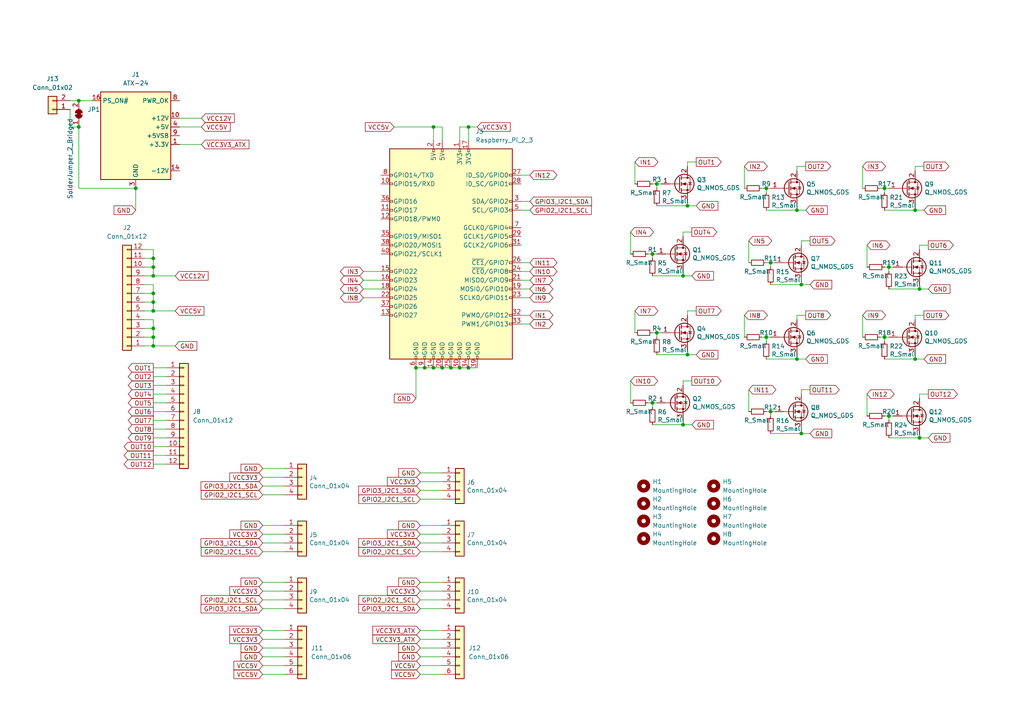
<source format=kicad_sch>
(kicad_sch (version 20211123) (generator eeschema)
  (paper "A4")
  (lib_symbols
    (symbol "Connector:ATX-24"
      (property "Reference" "J" (at -8.89 13.97 0))
      (property "Value" "ATX-24" (at 6.35 13.97 0))
      (symbol "ATX-24_1_1"
        (pin power_out line (at 12.7 -2.54 180) (length 2.54) (name "+3.3V") (number "1"))
        (pin power_out line (at 12.7 5.08 180) (length 2.54) (name "+12V") (number "10"))
        (pin passive line (at 12.7 5.08 180) (length 2.54) hide (name "+12V") (number "11"))
        (pin passive line (at 12.7 -2.54 180) (length 2.54) hide (name "+3.3V") (number "12"))
        (pin passive line (at 12.7 -2.54 180) (length 2.54) hide (name "+3.3V") (number "13"))
        (pin power_out line (at 12.7 -10.16 180) (length 2.54) (name "-12V") (number "14"))
        (pin passive line (at 0 -15.24 90) (length 2.54) hide (name "GND") (number "15"))
        (pin open_collector line (at -12.7 10.16 0) (length 2.54) (name "PS_ON#") (number "16"))
        (pin passive line (at 0 -15.24 90) (length 2.54) hide (name "GND") (number "17"))
        (pin passive line (at 0 -15.24 90) (length 2.54) hide (name "GND") (number "18"))
        (pin passive line (at 0 -15.24 90) (length 2.54) hide (name "GND") (number "19"))
        (pin passive line (at 12.7 -2.54 180) (length 2.54) hide (name "+3.3V") (number "2"))
        (pin no_connect line (at -10.16 0 0) (length 2.54) hide (name "NC") (number "20"))
        (pin passive line (at 12.7 2.54 180) (length 2.54) hide (name "+5V") (number "21"))
        (pin passive line (at 12.7 2.54 180) (length 2.54) hide (name "+5V") (number "22"))
        (pin passive line (at 12.7 2.54 180) (length 2.54) hide (name "+5V") (number "23"))
        (pin passive line (at 0 -15.24 90) (length 2.54) hide (name "GND") (number "24"))
        (pin power_out line (at 0 -15.24 90) (length 2.54) (name "GND") (number "3"))
        (pin power_out line (at 12.7 2.54 180) (length 2.54) (name "+5V") (number "4"))
        (pin passive line (at 0 -15.24 90) (length 2.54) hide (name "GND") (number "5"))
        (pin passive line (at 12.7 2.54 180) (length 2.54) hide (name "+5V") (number "6"))
        (pin passive line (at 0 -15.24 90) (length 2.54) hide (name "GND") (number "7"))
        (pin output line (at 12.7 10.16 180) (length 2.54) (name "PWR_OK") (number "8"))
        (pin power_out line (at 12.7 0 180) (length 2.54) (name "+5VSB") (number "9"))
      )
    )
    (symbol "Connector:Raspberry_Pi_2_3" (pin_names (offset 1.016))
      (property "Reference" "J" (at -17.78 31.75 0))
      (property "Value" "Raspberry_Pi_2_3" (at 10.16 -31.75 0))
      (symbol "Raspberry_Pi_2_3_1_1"
        (pin power_in line (at 2.54 33.02 270) (length 2.54) (name "3V3") (number "1"))
        (pin bidirectional line (at -20.32 20.32 0) (length 2.54) (name "GPIO15/RXD") (number "10"))
        (pin bidirectional line (at -20.32 12.7 0) (length 2.54) (name "GPIO17") (number "11"))
        (pin bidirectional line (at -20.32 10.16 0) (length 2.54) (name "GPIO18/PWM0") (number "12"))
        (pin bidirectional line (at -20.32 -17.78 0) (length 2.54) (name "GPIO27") (number "13"))
        (pin power_in line (at -5.08 -33.02 90) (length 2.54) (name "GND") (number "14"))
        (pin bidirectional line (at -20.32 -5.08 0) (length 2.54) (name "GPIO22") (number "15"))
        (pin bidirectional line (at -20.32 -7.62 0) (length 2.54) (name "GPIO23") (number "16"))
        (pin power_in line (at 5.08 33.02 270) (length 2.54) (name "3V3") (number "17"))
        (pin bidirectional line (at -20.32 -10.16 0) (length 2.54) (name "GPIO24") (number "18"))
        (pin bidirectional line (at 20.32 -10.16 180) (length 2.54) (name "MOSI0/GPIO10") (number "19"))
        (pin power_in line (at -5.08 33.02 270) (length 2.54) (name "5V") (number "2"))
        (pin power_in line (at -2.54 -33.02 90) (length 2.54) (name "GND") (number "20"))
        (pin bidirectional line (at 20.32 -7.62 180) (length 2.54) (name "MISO0/GPIO9") (number "21"))
        (pin bidirectional line (at -20.32 -12.7 0) (length 2.54) (name "GPIO25") (number "22"))
        (pin bidirectional line (at 20.32 -12.7 180) (length 2.54) (name "SCLK0/GPIO11") (number "23"))
        (pin bidirectional line (at 20.32 -5.08 180) (length 2.54) (name "~{CE0}/GPIO8") (number "24"))
        (pin power_in line (at 0 -33.02 90) (length 2.54) (name "GND") (number "25"))
        (pin bidirectional line (at 20.32 -2.54 180) (length 2.54) (name "~{CE1}/GPIO7") (number "26"))
        (pin bidirectional line (at 20.32 22.86 180) (length 2.54) (name "ID_SD/GPIO0") (number "27"))
        (pin bidirectional line (at 20.32 20.32 180) (length 2.54) (name "ID_SC/GPIO1") (number "28"))
        (pin bidirectional line (at 20.32 5.08 180) (length 2.54) (name "GCLK1/GPIO5") (number "29"))
        (pin bidirectional line (at 20.32 15.24 180) (length 2.54) (name "SDA/GPIO2") (number "3"))
        (pin power_in line (at 2.54 -33.02 90) (length 2.54) (name "GND") (number "30"))
        (pin bidirectional line (at 20.32 2.54 180) (length 2.54) (name "GCLK2/GPIO6") (number "31"))
        (pin bidirectional line (at 20.32 -17.78 180) (length 2.54) (name "PWM0/GPIO12") (number "32"))
        (pin bidirectional line (at 20.32 -20.32 180) (length 2.54) (name "PWM1/GPIO13") (number "33"))
        (pin power_in line (at 5.08 -33.02 90) (length 2.54) (name "GND") (number "34"))
        (pin bidirectional line (at -20.32 5.08 0) (length 2.54) (name "GPIO19/MISO1") (number "35"))
        (pin bidirectional line (at -20.32 15.24 0) (length 2.54) (name "GPIO16") (number "36"))
        (pin bidirectional line (at -20.32 -15.24 0) (length 2.54) (name "GPIO26") (number "37"))
        (pin bidirectional line (at -20.32 2.54 0) (length 2.54) (name "GPIO20/MOSI1") (number "38"))
        (pin power_in line (at 7.62 -33.02 90) (length 2.54) (name "GND") (number "39"))
        (pin power_in line (at -2.54 33.02 270) (length 2.54) (name "5V") (number "4"))
        (pin bidirectional line (at -20.32 0 0) (length 2.54) (name "GPIO21/SCLK1") (number "40"))
        (pin bidirectional line (at 20.32 12.7 180) (length 2.54) (name "SCL/GPIO3") (number "5"))
        (pin power_in line (at -10.16 -33.02 90) (length 2.54) (name "GND") (number "6"))
        (pin bidirectional line (at 20.32 7.62 180) (length 2.54) (name "GCLK0/GPIO4") (number "7"))
        (pin bidirectional line (at -20.32 22.86 0) (length 2.54) (name "GPIO14/TXD") (number "8"))
        (pin power_in line (at -7.62 -33.02 90) (length 2.54) (name "GND") (number "9"))
      )
    )
    (symbol "Connector_Generic:Conn_01x02" (pin_names (offset 1.016) hide)
      (property "Reference" "J" (at 0 2.54 0))
      (property "Value" "Conn_01x02" (at 0 -5.08 0))
      (symbol "Conn_01x02_1_1"
        (pin passive line (at -5.08 0 0) (length 3.81) (name "Pin_1") (number "1"))
        (pin passive line (at -5.08 -2.54 0) (length 3.81) (name "Pin_2") (number "2"))
      )
    )
    (symbol "Connector_Generic:Conn_01x04" (pin_names (offset 1.016) hide)
      (property "Reference" "J" (at 0 5.08 0))
      (property "Value" "Conn_01x04" (at 0 -7.62 0))
      (symbol "Conn_01x04_1_1"
        (pin passive line (at -5.08 2.54 0) (length 3.81) (name "Pin_1") (number "1"))
        (pin passive line (at -5.08 0 0) (length 3.81) (name "Pin_2") (number "2"))
        (pin passive line (at -5.08 -2.54 0) (length 3.81) (name "Pin_3") (number "3"))
        (pin passive line (at -5.08 -5.08 0) (length 3.81) (name "Pin_4") (number "4"))
      )
    )
    (symbol "Connector_Generic:Conn_01x06" (pin_names (offset 1.016) hide)
      (property "Reference" "J" (at 0 7.62 0))
      (property "Value" "Conn_01x06" (at 0 -10.16 0))
      (symbol "Conn_01x06_1_1"
        (pin passive line (at -5.08 5.08 0) (length 3.81) (name "Pin_1") (number "1"))
        (pin passive line (at -5.08 2.54 0) (length 3.81) (name "Pin_2") (number "2"))
        (pin passive line (at -5.08 0 0) (length 3.81) (name "Pin_3") (number "3"))
        (pin passive line (at -5.08 -2.54 0) (length 3.81) (name "Pin_4") (number "4"))
        (pin passive line (at -5.08 -5.08 0) (length 3.81) (name "Pin_5") (number "5"))
        (pin passive line (at -5.08 -7.62 0) (length 3.81) (name "Pin_6") (number "6"))
      )
    )
    (symbol "Connector_Generic:Conn_01x12" (pin_names (offset 1.016) hide)
      (property "Reference" "J" (at 0 15.24 0))
      (property "Value" "Conn_01x12" (at 0 -17.78 0))
      (symbol "Conn_01x12_1_1"
        (pin passive line (at -5.08 12.7 0) (length 3.81) (name "Pin_1") (number "1"))
        (pin passive line (at -5.08 -10.16 0) (length 3.81) (name "Pin_10") (number "10"))
        (pin passive line (at -5.08 -12.7 0) (length 3.81) (name "Pin_11") (number "11"))
        (pin passive line (at -5.08 -15.24 0) (length 3.81) (name "Pin_12") (number "12"))
        (pin passive line (at -5.08 10.16 0) (length 3.81) (name "Pin_2") (number "2"))
        (pin passive line (at -5.08 7.62 0) (length 3.81) (name "Pin_3") (number "3"))
        (pin passive line (at -5.08 5.08 0) (length 3.81) (name "Pin_4") (number "4"))
        (pin passive line (at -5.08 2.54 0) (length 3.81) (name "Pin_5") (number "5"))
        (pin passive line (at -5.08 0 0) (length 3.81) (name "Pin_6") (number "6"))
        (pin passive line (at -5.08 -2.54 0) (length 3.81) (name "Pin_7") (number "7"))
        (pin passive line (at -5.08 -5.08 0) (length 3.81) (name "Pin_8") (number "8"))
        (pin passive line (at -5.08 -7.62 0) (length 3.81) (name "Pin_9") (number "9"))
      )
    )
    (symbol "Device:Q_NMOS_GDS" (pin_names (offset 0) hide)
      (property "Reference" "Q" (at 5.08 1.27 0))
      (property "Value" "Q_NMOS_GDS" (at 5.08 -1.27 0))
      (symbol "Q_NMOS_GDS_1_1"
        (pin input line (at -5.08 0 0) (length 2.54) (name "G") (number "1"))
        (pin passive line (at 2.54 5.08 270) (length 2.54) (name "D") (number "2"))
        (pin passive line (at 2.54 -5.08 90) (length 2.54) (name "S") (number "3"))
      )
    )
    (symbol "Device:R_Small" (pin_numbers hide) (pin_names (offset 0.254) hide)
      (property "Reference" "R" (at 0.762 0.508 0))
      (property "Value" "R_Small" (at 0.762 -1.016 0))
      (symbol "R_Small_1_1"
        (pin passive line (at 0 2.54 270) (length 0.762) (name "~") (number "1"))
        (pin passive line (at 0 -2.54 90) (length 0.762) (name "~") (number "2"))
      )
    )
    (symbol "Jumper:SolderJumper_2_Bridged" (pin_names (offset 0) hide)
      (property "Reference" "JP" (at 0 2.032 0))
      (property "Value" "SolderJumper_2_Bridged" (at 0 -2.54 0))
      (symbol "SolderJumper_2_Bridged_1_1"
        (pin passive line (at -3.81 0 0) (length 2.54) (name "A") (number "1"))
        (pin passive line (at 3.81 0 180) (length 2.54) (name "B") (number "2"))
      )
    )
    (symbol "Mechanical:MountingHole" (pin_names (offset 1.016))
      (property "Reference" "H" (at 0 5.08 0))
      (property "Value" "MountingHole" (at 0 3.175 0))
    )
  )
  (junction (at 128.27 106.68))
  (junction (at 265.43 104.14))
  (junction (at 222.25 54.61))
  (junction (at 125.73 36.83))
  (junction (at 44.45 97.79))
  (junction (at 198.12 123.19))
  (junction (at 135.89 106.68))
  (junction (at 231.14 60.96))
  (junction (at 199.39 102.87))
  (junction (at 125.73 106.68))
  (junction (at 44.45 95.25))
  (junction (at 266.7 127))
  (junction (at 189.23 116.84))
  (junction (at 120.65 106.68))
  (junction (at 222.25 97.79))
  (junction (at 190.5 96.52))
  (junction (at 190.5 53.34))
  (junction (at 39.37 54.61))
  (junction (at 22.86 36.83))
  (junction (at 123.19 106.68))
  (junction (at 133.35 106.68))
  (junction (at 44.45 100.33))
  (junction (at 265.43 60.96))
  (junction (at 44.45 80.01))
  (junction (at 44.45 90.17))
  (junction (at 22.86 29.21))
  (junction (at 135.89 36.83))
  (junction (at 223.52 119.38))
  (junction (at 44.45 74.93))
  (junction (at 44.45 85.09))
  (junction (at 257.81 77.47))
  (junction (at 256.54 54.61))
  (junction (at 199.39 59.69))
  (junction (at 232.41 82.55))
  (junction (at 44.45 87.63))
  (junction (at 223.52 76.2))
  (junction (at 232.41 125.73))
  (junction (at 198.12 80.01))
  (junction (at 44.45 77.47))
  (junction (at 189.23 73.66))
  (junction (at 231.14 104.14))
  (junction (at 130.81 106.68))
  (junction (at 256.54 97.79))
  (junction (at 266.7 83.82))
  (junction (at 257.81 120.65))
  (wire (pts (xy 266.7 127) (xy 269.24 127)))
  (wire (pts (xy 105.41 86.36) (xy 110.49 86.36)))
  (wire (pts (xy 44.45 127) (xy 48.26 127)))
  (wire (pts (xy 151.13 93.98) (xy 153.67 93.98)))
  (wire (pts (xy 121.92 160.02) (xy 128.27 160.02)))
  (wire (pts (xy 128.27 171.45) (xy 121.92 171.45)))
  (wire (pts (xy 133.35 40.64) (xy 133.35 36.83)))
  (wire (pts (xy 44.45 132.08) (xy 48.26 132.08)))
  (wire (pts (xy 231.14 104.14) (xy 231.14 102.87)))
  (wire (pts (xy 76.2 135.89) (xy 82.55 135.89)))
  (wire (pts (xy 76.2 182.88) (xy 82.55 182.88)))
  (wire (pts (xy 256.54 77.47) (xy 257.81 77.47)))
  (wire (pts (xy 76.2 193.04) (xy 82.55 193.04)))
  (wire (pts (xy 128.27 106.68) (xy 130.81 106.68)))
  (wire (pts (xy 120.65 106.68) (xy 120.65 115.57)))
  (wire (pts (xy 265.43 60.96) (xy 265.43 59.69)))
  (wire (pts (xy 44.45 134.62) (xy 48.26 134.62)))
  (wire (pts (xy 44.45 97.79) (xy 44.45 100.33)))
  (wire (pts (xy 76.2 152.4) (xy 82.55 152.4)))
  (wire (pts (xy 151.13 78.74) (xy 153.67 78.74)))
  (wire (pts (xy 44.45 106.68) (xy 48.26 106.68)))
  (wire (pts (xy 76.2 187.96) (xy 82.55 187.96)))
  (wire (pts (xy 128.27 139.7) (xy 121.92 139.7)))
  (wire (pts (xy 151.13 50.8) (xy 153.67 50.8)))
  (wire (pts (xy 105.41 81.28) (xy 110.49 81.28)))
  (wire (pts (xy 133.35 36.83) (xy 135.89 36.83)))
  (wire (pts (xy 44.45 77.47) (xy 44.45 80.01)))
  (wire (pts (xy 151.13 83.82) (xy 153.67 83.82)))
  (wire (pts (xy 190.5 59.69) (xy 199.39 59.69)))
  (wire (pts (xy 220.98 54.61) (xy 222.25 54.61)))
  (wire (pts (xy 44.45 111.76) (xy 48.26 111.76)))
  (wire (pts (xy 20.32 31.75) (xy 20.32 36.83)))
  (wire (pts (xy 20.32 36.83) (xy 22.86 36.83)))
  (wire (pts (xy 222.25 76.2) (xy 223.52 76.2)))
  (wire (pts (xy 76.2 140.97) (xy 82.55 140.97)))
  (wire (pts (xy 121.92 182.88) (xy 128.27 182.88)))
  (wire (pts (xy 199.39 46.99) (xy 199.39 48.26)))
  (wire (pts (xy 41.91 74.93) (xy 44.45 74.93)))
  (wire (pts (xy 135.89 106.68) (xy 138.43 106.68)))
  (wire (pts (xy 76.2 160.02) (xy 82.55 160.02)))
  (wire (pts (xy 222.25 54.61) (xy 223.52 54.61)))
  (wire (pts (xy 105.41 78.74) (xy 110.49 78.74)))
  (wire (pts (xy 189.23 116.84) (xy 190.5 116.84)))
  (wire (pts (xy 189.23 118.11) (xy 189.23 116.84)))
  (wire (pts (xy 251.46 114.3) (xy 251.46 120.65)))
  (wire (pts (xy 265.43 60.96) (xy 267.97 60.96)))
  (wire (pts (xy 266.7 127) (xy 266.7 125.73)))
  (wire (pts (xy 199.39 102.87) (xy 199.39 101.6)))
  (wire (pts (xy 231.14 60.96) (xy 231.14 59.69)))
  (wire (pts (xy 189.23 80.01) (xy 198.12 80.01)))
  (wire (pts (xy 20.32 29.21) (xy 22.86 29.21)))
  (wire (pts (xy 184.15 90.17) (xy 184.15 96.52)))
  (wire (pts (xy 232.41 113.03) (xy 234.95 113.03)))
  (wire (pts (xy 190.5 54.61) (xy 190.5 53.34)))
  (wire (pts (xy 44.45 90.17) (xy 50.8 90.17)))
  (wire (pts (xy 187.96 73.66) (xy 189.23 73.66)))
  (wire (pts (xy 232.41 82.55) (xy 232.41 81.28)))
  (wire (pts (xy 266.7 114.3) (xy 269.24 114.3)))
  (wire (pts (xy 41.91 95.25) (xy 44.45 95.25)))
  (wire (pts (xy 265.43 104.14) (xy 265.43 102.87)))
  (wire (pts (xy 128.27 36.83) (xy 125.73 36.83)))
  (wire (pts (xy 125.73 36.83) (xy 114.3 36.83)))
  (wire (pts (xy 198.12 67.31) (xy 198.12 68.58)))
  (wire (pts (xy 198.12 80.01) (xy 198.12 78.74)))
  (wire (pts (xy 41.91 100.33) (xy 44.45 100.33)))
  (wire (pts (xy 76.2 157.48) (xy 82.55 157.48)))
  (wire (pts (xy 223.52 125.73) (xy 232.41 125.73)))
  (wire (pts (xy 44.45 87.63) (xy 44.45 90.17)))
  (wire (pts (xy 121.92 142.24) (xy 128.27 142.24)))
  (wire (pts (xy 41.91 85.09) (xy 44.45 85.09)))
  (wire (pts (xy 44.45 85.09) (xy 44.45 87.63)))
  (wire (pts (xy 231.14 104.14) (xy 233.68 104.14)))
  (wire (pts (xy 44.45 124.46) (xy 48.26 124.46)))
  (wire (pts (xy 44.45 114.3) (xy 48.26 114.3)))
  (wire (pts (xy 121.92 137.16) (xy 128.27 137.16)))
  (wire (pts (xy 76.2 173.99) (xy 82.55 173.99)))
  (wire (pts (xy 266.7 83.82) (xy 269.24 83.82)))
  (wire (pts (xy 231.14 91.44) (xy 231.14 92.71)))
  (wire (pts (xy 189.23 123.19) (xy 198.12 123.19)))
  (wire (pts (xy 151.13 58.42) (xy 153.67 58.42)))
  (wire (pts (xy 41.91 97.79) (xy 44.45 97.79)))
  (wire (pts (xy 135.89 40.64) (xy 135.89 36.83)))
  (wire (pts (xy 265.43 48.26) (xy 267.97 48.26)))
  (wire (pts (xy 190.5 97.79) (xy 190.5 96.52)))
  (wire (pts (xy 250.19 48.26) (xy 250.19 54.61)))
  (wire (pts (xy 198.12 123.19) (xy 198.12 121.92)))
  (wire (pts (xy 256.54 54.61) (xy 257.81 54.61)))
  (wire (pts (xy 257.81 83.82) (xy 266.7 83.82)))
  (wire (pts (xy 199.39 46.99) (xy 201.93 46.99)))
  (wire (pts (xy 151.13 81.28) (xy 153.67 81.28)))
  (wire (pts (xy 199.39 90.17) (xy 199.39 91.44)))
  (wire (pts (xy 151.13 86.36) (xy 153.67 86.36)))
  (wire (pts (xy 189.23 74.93) (xy 189.23 73.66)))
  (wire (pts (xy 41.91 82.55) (xy 44.45 82.55)))
  (wire (pts (xy 189.23 53.34) (xy 190.5 53.34)))
  (wire (pts (xy 256.54 120.65) (xy 257.81 120.65)))
  (wire (pts (xy 232.41 125.73) (xy 234.95 125.73)))
  (wire (pts (xy 44.45 116.84) (xy 48.26 116.84)))
  (wire (pts (xy 251.46 71.12) (xy 251.46 77.47)))
  (wire (pts (xy 41.91 72.39) (xy 44.45 72.39)))
  (wire (pts (xy 121.92 195.58) (xy 128.27 195.58)))
  (wire (pts (xy 257.81 127) (xy 266.7 127)))
  (wire (pts (xy 182.88 110.49) (xy 182.88 116.84)))
  (wire (pts (xy 52.07 34.29) (xy 58.42 34.29)))
  (wire (pts (xy 257.81 121.92) (xy 257.81 120.65)))
  (wire (pts (xy 120.65 106.68) (xy 123.19 106.68)))
  (wire (pts (xy 44.45 129.54) (xy 48.26 129.54)))
  (wire (pts (xy 266.7 83.82) (xy 266.7 82.55)))
  (wire (pts (xy 52.07 41.91) (xy 58.42 41.91)))
  (wire (pts (xy 222.25 60.96) (xy 231.14 60.96)))
  (wire (pts (xy 256.54 55.88) (xy 256.54 54.61)))
  (wire (pts (xy 199.39 59.69) (xy 201.93 59.69)))
  (wire (pts (xy 121.92 152.4) (xy 128.27 152.4)))
  (wire (pts (xy 125.73 36.83) (xy 125.73 40.64)))
  (wire (pts (xy 256.54 60.96) (xy 265.43 60.96)))
  (wire (pts (xy 125.73 106.68) (xy 128.27 106.68)))
  (wire (pts (xy 44.45 109.22) (xy 48.26 109.22)))
  (wire (pts (xy 256.54 104.14) (xy 265.43 104.14)))
  (wire (pts (xy 199.39 102.87) (xy 201.93 102.87)))
  (wire (pts (xy 121.92 168.91) (xy 128.27 168.91)))
  (wire (pts (xy 41.91 77.47) (xy 44.45 77.47)))
  (wire (pts (xy 198.12 110.49) (xy 200.66 110.49)))
  (wire (pts (xy 198.12 67.31) (xy 200.66 67.31)))
  (wire (pts (xy 135.89 36.83) (xy 138.43 36.83)))
  (wire (pts (xy 222.25 97.79) (xy 223.52 97.79)))
  (wire (pts (xy 41.91 90.17) (xy 44.45 90.17)))
  (wire (pts (xy 41.91 92.71) (xy 44.45 92.71)))
  (wire (pts (xy 222.25 119.38) (xy 223.52 119.38)))
  (wire (pts (xy 231.14 91.44) (xy 233.68 91.44)))
  (wire (pts (xy 44.45 92.71) (xy 44.45 95.25)))
  (wire (pts (xy 82.55 185.42) (xy 76.2 185.42)))
  (wire (pts (xy 22.86 29.21) (xy 26.67 29.21)))
  (wire (pts (xy 255.27 97.79) (xy 256.54 97.79)))
  (wire (pts (xy 44.45 80.01) (xy 50.8 80.01)))
  (wire (pts (xy 41.91 87.63) (xy 44.45 87.63)))
  (wire (pts (xy 44.45 72.39) (xy 44.45 74.93)))
  (wire (pts (xy 265.43 104.14) (xy 267.97 104.14)))
  (wire (pts (xy 22.86 54.61) (xy 39.37 54.61)))
  (wire (pts (xy 223.52 76.2) (xy 224.79 76.2)))
  (wire (pts (xy 189.23 73.66) (xy 190.5 73.66)))
  (wire (pts (xy 121.92 144.78) (xy 128.27 144.78)))
  (wire (pts (xy 133.35 106.68) (xy 135.89 106.68)))
  (wire (pts (xy 232.41 125.73) (xy 232.41 124.46)))
  (wire (pts (xy 130.81 106.68) (xy 133.35 106.68)))
  (wire (pts (xy 121.92 157.48) (xy 128.27 157.48)))
  (wire (pts (xy 105.41 83.82) (xy 110.49 83.82)))
  (wire (pts (xy 22.86 36.83) (xy 22.86 54.61)))
  (wire (pts (xy 232.41 69.85) (xy 232.41 71.12)))
  (wire (pts (xy 232.41 82.55) (xy 234.95 82.55)))
  (wire (pts (xy 128.27 185.42) (xy 121.92 185.42)))
  (wire (pts (xy 265.43 91.44) (xy 267.97 91.44)))
  (wire (pts (xy 266.7 71.12) (xy 266.7 72.39)))
  (wire (pts (xy 266.7 71.12) (xy 269.24 71.12)))
  (wire (pts (xy 223.52 77.47) (xy 223.52 76.2)))
  (wire (pts (xy 223.52 82.55) (xy 232.41 82.55)))
  (wire (pts (xy 121.92 176.53) (xy 128.27 176.53)))
  (wire (pts (xy 198.12 123.19) (xy 200.66 123.19)))
  (wire (pts (xy 151.13 60.96) (xy 153.67 60.96)))
  (wire (pts (xy 82.55 171.45) (xy 76.2 171.45)))
  (wire (pts (xy 217.17 113.03) (xy 217.17 119.38)))
  (wire (pts (xy 121.92 187.96) (xy 128.27 187.96)))
  (wire (pts (xy 257.81 120.65) (xy 259.08 120.65)))
  (wire (pts (xy 215.9 48.26) (xy 215.9 54.61)))
  (wire (pts (xy 231.14 48.26) (xy 233.68 48.26)))
  (wire (pts (xy 82.55 138.43) (xy 76.2 138.43)))
  (wire (pts (xy 121.92 190.5) (xy 128.27 190.5)))
  (wire (pts (xy 265.43 91.44) (xy 265.43 92.71)))
  (wire (pts (xy 76.2 176.53) (xy 82.55 176.53)))
  (wire (pts (xy 184.15 46.99) (xy 184.15 53.34)))
  (wire (pts (xy 76.2 190.5) (xy 82.55 190.5)))
  (wire (pts (xy 190.5 96.52) (xy 191.77 96.52)))
  (wire (pts (xy 199.39 90.17) (xy 201.93 90.17)))
  (wire (pts (xy 121.92 173.99) (xy 128.27 173.99)))
  (wire (pts (xy 222.25 104.14) (xy 231.14 104.14)))
  (wire (pts (xy 44.45 74.93) (xy 44.45 77.47)))
  (wire (pts (xy 123.19 106.68) (xy 125.73 106.68)))
  (wire (pts (xy 250.19 91.44) (xy 250.19 97.79)))
  (wire (pts (xy 231.14 60.96) (xy 233.68 60.96)))
  (wire (pts (xy 223.52 120.65) (xy 223.52 119.38)))
  (wire (pts (xy 220.98 97.79) (xy 222.25 97.79)))
  (wire (pts (xy 151.13 91.44) (xy 153.67 91.44)))
  (wire (pts (xy 76.2 168.91) (xy 82.55 168.91)))
  (wire (pts (xy 151.13 76.2) (xy 153.67 76.2)))
  (wire (pts (xy 265.43 48.26) (xy 265.43 49.53)))
  (wire (pts (xy 41.91 80.01) (xy 44.45 80.01)))
  (wire (pts (xy 266.7 114.3) (xy 266.7 115.57)))
  (wire (pts (xy 44.45 95.25) (xy 44.45 97.79)))
  (wire (pts (xy 256.54 99.06) (xy 256.54 97.79)))
  (wire (pts (xy 232.41 113.03) (xy 232.41 114.3)))
  (wire (pts (xy 39.37 54.61) (xy 39.37 60.96)))
  (wire (pts (xy 198.12 80.01) (xy 200.66 80.01)))
  (wire (pts (xy 256.54 97.79) (xy 257.81 97.79)))
  (wire (pts (xy 44.45 100.33) (xy 50.8 100.33)))
  (wire (pts (xy 128.27 154.94) (xy 121.92 154.94)))
  (wire (pts (xy 231.14 48.26) (xy 231.14 49.53)))
  (wire (pts (xy 223.52 119.38) (xy 224.79 119.38)))
  (wire (pts (xy 187.96 116.84) (xy 189.23 116.84)))
  (wire (pts (xy 44.45 119.38) (xy 48.26 119.38)))
  (wire (pts (xy 199.39 59.69) (xy 199.39 58.42)))
  (wire (pts (xy 128.27 40.64) (xy 128.27 36.83)))
  (wire (pts (xy 232.41 69.85) (xy 234.95 69.85)))
  (wire (pts (xy 44.45 121.92) (xy 48.26 121.92)))
  (wire (pts (xy 222.25 99.06) (xy 222.25 97.79)))
  (wire (pts (xy 189.23 96.52) (xy 190.5 96.52)))
  (wire (pts (xy 215.9 91.44) (xy 215.9 97.79)))
  (wire (pts (xy 190.5 53.34) (xy 191.77 53.34)))
  (wire (pts (xy 190.5 102.87) (xy 199.39 102.87)))
  (wire (pts (xy 44.45 82.55) (xy 44.45 85.09)))
  (wire (pts (xy 217.17 69.85) (xy 217.17 76.2)))
  (wire (pts (xy 82.55 154.94) (xy 76.2 154.94)))
  (wire (pts (xy 182.88 67.31) (xy 182.88 73.66)))
  (wire (pts (xy 198.12 110.49) (xy 198.12 111.76)))
  (wire (pts (xy 257.81 77.47) (xy 259.08 77.47)))
  (wire (pts (xy 255.27 54.61) (xy 256.54 54.61)))
  (wire (pts (xy 76.2 195.58) (xy 82.55 195.58)))
  (wire (pts (xy 52.07 36.83) (xy 58.42 36.83)))
  (wire (pts (xy 76.2 143.51) (xy 82.55 143.51)))
  (wire (pts (xy 257.81 78.74) (xy 257.81 77.47)))
  (wire (pts (xy 222.25 55.88) (xy 222.25 54.61)))
  (wire (pts (xy 121.92 193.04) (xy 128.27 193.04)))
  (global_label "IN4" (shape bidirectional) (at 105.41 81.28 180) (property "Intersheet References" "${INTERSHEET_REFS}" (effects hide)))
  (global_label "OUT6" (shape output) (at 269.24 71.12 0) (property "Intersheet References" "${INTERSHEET_REFS}" (effects hide)))
  (global_label "IN3" (shape bidirectional) (at 250.19 48.26 0) (property "Intersheet References" "${INTERSHEET_REFS}" (effects hide)))
  (global_label "IN11" (shape bidirectional) (at 217.17 113.03 0) (property "Intersheet References" "${INTERSHEET_REFS}" (effects hide)))
  (global_label "GND" (shape input) (at 233.68 104.14 0) (property "Intersheet References" "${INTERSHEET_REFS}" (effects hide)))
  (global_label "GND" (shape input) (at 76.2 190.5 180) (property "Intersheet References" "${INTERSHEET_REFS}" (effects hide)))
  (global_label "IN6" (shape bidirectional) (at 153.67 83.82 0) (property "Intersheet References" "${INTERSHEET_REFS}" (effects hide)))
  (global_label "OUT12" (shape output) (at 269.24 114.3 0) (property "Intersheet References" "${INTERSHEET_REFS}" (effects hide)))
  (global_label "VCC3V3" (shape input) (at 76.2 185.42 180) (property "Intersheet References" "${INTERSHEET_REFS}" (effects hide)))
  (global_label "OUT10" (shape output) (at 44.45 129.54 180) (property "Intersheet References" "${INTERSHEET_REFS}" (effects hide)))
  (global_label "IN2" (shape bidirectional) (at 215.9 48.26 0) (property "Intersheet References" "${INTERSHEET_REFS}" (effects hide)))
  (global_label "IN9" (shape bidirectional) (at 153.67 86.36 0) (property "Intersheet References" "${INTERSHEET_REFS}" (effects hide)))
  (global_label "GND" (shape input) (at 269.24 83.82 0) (property "Intersheet References" "${INTERSHEET_REFS}" (effects hide)))
  (global_label "VCC5V" (shape input) (at 58.42 36.83 0) (property "Intersheet References" "${INTERSHEET_REFS}" (effects hide)))
  (global_label "OUT12" (shape output) (at 44.45 134.62 180) (property "Intersheet References" "${INTERSHEET_REFS}" (effects hide)))
  (global_label "GND" (shape input) (at 201.93 102.87 0) (property "Intersheet References" "${INTERSHEET_REFS}" (effects hide)))
  (global_label "GPIO3_I2C1_SDA" (shape input) (at 121.92 142.24 180) (property "Intersheet References" "${INTERSHEET_REFS}" (effects hide)))
  (global_label "GPIO2_I2C1_SCL" (shape input) (at 76.2 143.51 180) (property "Intersheet References" "${INTERSHEET_REFS}" (effects hide)))
  (global_label "GND" (shape input) (at 120.65 115.57 180) (property "Intersheet References" "${INTERSHEET_REFS}" (effects hide)))
  (global_label "IN4" (shape bidirectional) (at 182.88 67.31 0) (property "Intersheet References" "${INTERSHEET_REFS}" (effects hide)))
  (global_label "GND" (shape input) (at 76.2 135.89 180) (property "Intersheet References" "${INTERSHEET_REFS}" (effects hide)))
  (global_label "IN12" (shape bidirectional) (at 251.46 114.3 0) (property "Intersheet References" "${INTERSHEET_REFS}" (effects hide)))
  (global_label "VCC5V" (shape input) (at 76.2 195.58 180) (property "Intersheet References" "${INTERSHEET_REFS}" (effects hide)))
  (global_label "GND" (shape input) (at 121.92 137.16 180) (property "Intersheet References" "${INTERSHEET_REFS}" (effects hide)))
  (global_label "OUT4" (shape output) (at 44.45 114.3 180) (property "Intersheet References" "${INTERSHEET_REFS}" (effects hide)))
  (global_label "IN8" (shape bidirectional) (at 105.41 86.36 180) (property "Intersheet References" "${INTERSHEET_REFS}" (effects hide)))
  (global_label "OUT2" (shape output) (at 44.45 109.22 180) (property "Intersheet References" "${INTERSHEET_REFS}" (effects hide)))
  (global_label "VCC3V3_ATX" (shape input) (at 121.92 185.42 180) (property "Intersheet References" "${INTERSHEET_REFS}" (effects hide)))
  (global_label "OUT5" (shape output) (at 234.95 69.85 0) (property "Intersheet References" "${INTERSHEET_REFS}" (effects hide)))
  (global_label "GND" (shape input) (at 269.24 127 0) (property "Intersheet References" "${INTERSHEET_REFS}" (effects hide)))
  (global_label "OUT8" (shape output) (at 44.45 124.46 180) (property "Intersheet References" "${INTERSHEET_REFS}" (effects hide)))
  (global_label "VCC3V3" (shape input) (at 76.2 138.43 180) (property "Intersheet References" "${INTERSHEET_REFS}" (effects hide)))
  (global_label "IN10" (shape bidirectional) (at 153.67 78.74 0) (property "Intersheet References" "${INTERSHEET_REFS}" (effects hide)))
  (global_label "VCC3V3" (shape input) (at 76.2 154.94 180) (property "Intersheet References" "${INTERSHEET_REFS}" (effects hide)))
  (global_label "GPIO3_I2C1_SDA" (shape input) (at 153.67 58.42 0) (property "Intersheet References" "${INTERSHEET_REFS}" (effects hide)))
  (global_label "IN10" (shape bidirectional) (at 182.88 110.49 0) (property "Intersheet References" "${INTERSHEET_REFS}" (effects hide)))
  (global_label "GND" (shape input) (at 50.8 100.33 0) (property "Intersheet References" "${INTERSHEET_REFS}" (effects hide)))
  (global_label "OUT3" (shape output) (at 44.45 111.76 180) (property "Intersheet References" "${INTERSHEET_REFS}" (effects hide)))
  (global_label "GND" (shape input) (at 121.92 168.91 180) (property "Intersheet References" "${INTERSHEET_REFS}" (effects hide)))
  (global_label "OUT7" (shape output) (at 201.93 90.17 0) (property "Intersheet References" "${INTERSHEET_REFS}" (effects hide)))
  (global_label "GND" (shape input) (at 39.37 60.96 180) (property "Intersheet References" "${INTERSHEET_REFS}" (effects hide)))
  (global_label "OUT7" (shape output) (at 44.45 121.92 180) (property "Intersheet References" "${INTERSHEET_REFS}" (effects hide)))
  (global_label "VCC5V" (shape input) (at 50.8 90.17 0) (property "Intersheet References" "${INTERSHEET_REFS}" (effects hide)))
  (global_label "GPIO2_I2C1_SCL" (shape input) (at 121.92 160.02 180) (property "Intersheet References" "${INTERSHEET_REFS}" (effects hide)))
  (global_label "IN1" (shape bidirectional) (at 184.15 46.99 0) (property "Intersheet References" "${INTERSHEET_REFS}" (effects hide)))
  (global_label "GND" (shape input) (at 76.2 187.96 180) (property "Intersheet References" "${INTERSHEET_REFS}" (effects hide)))
  (global_label "IN12" (shape bidirectional) (at 153.67 50.8 0) (property "Intersheet References" "${INTERSHEET_REFS}" (effects hide)))
  (global_label "GPIO2_I2C1_SCL" (shape input) (at 121.92 144.78 180) (property "Intersheet References" "${INTERSHEET_REFS}" (effects hide)))
  (global_label "GPIO3_I2C1_SDA" (shape input) (at 121.92 176.53 180) (property "Intersheet References" "${INTERSHEET_REFS}" (effects hide)))
  (global_label "VCC3V3_ATX" (shape input) (at 58.42 41.91 0) (property "Intersheet References" "${INTERSHEET_REFS}" (effects hide)))
  (global_label "OUT9" (shape output) (at 267.97 91.44 0) (property "Intersheet References" "${INTERSHEET_REFS}" (effects hide)))
  (global_label "GND" (shape input) (at 267.97 60.96 0) (property "Intersheet References" "${INTERSHEET_REFS}" (effects hide)))
  (global_label "GND" (shape input) (at 121.92 190.5 180) (property "Intersheet References" "${INTERSHEET_REFS}" (effects hide)))
  (global_label "OUT9" (shape output) (at 44.45 127 180) (property "Intersheet References" "${INTERSHEET_REFS}" (effects hide)))
  (global_label "GND" (shape input) (at 200.66 123.19 0) (property "Intersheet References" "${INTERSHEET_REFS}" (effects hide)))
  (global_label "VCC5V" (shape input) (at 76.2 193.04 180) (property "Intersheet References" "${INTERSHEET_REFS}" (effects hide)))
  (global_label "IN11" (shape bidirectional) (at 153.67 76.2 0) (property "Intersheet References" "${INTERSHEET_REFS}" (effects hide)))
  (global_label "IN9" (shape bidirectional) (at 250.19 91.44 0) (property "Intersheet References" "${INTERSHEET_REFS}" (effects hide)))
  (global_label "VCC5V" (shape input) (at 121.92 193.04 180) (property "Intersheet References" "${INTERSHEET_REFS}" (effects hide)))
  (global_label "OUT8" (shape output) (at 233.68 91.44 0) (property "Intersheet References" "${INTERSHEET_REFS}" (effects hide)))
  (global_label "VCC3V3" (shape input) (at 76.2 182.88 180) (property "Intersheet References" "${INTERSHEET_REFS}" (effects hide)))
  (global_label "GPIO3_I2C1_SDA" (shape input) (at 76.2 157.48 180) (property "Intersheet References" "${INTERSHEET_REFS}" (effects hide)))
  (global_label "VCC5V" (shape input) (at 121.92 195.58 180) (property "Intersheet References" "${INTERSHEET_REFS}" (effects hide)))
  (global_label "OUT11" (shape output) (at 44.45 132.08 180) (property "Intersheet References" "${INTERSHEET_REFS}" (effects hide)))
  (global_label "GPIO3_I2C1_SDA" (shape input) (at 76.2 140.97 180) (property "Intersheet References" "${INTERSHEET_REFS}" (effects hide)))
  (global_label "IN7" (shape bidirectional) (at 184.15 90.17 0) (property "Intersheet References" "${INTERSHEET_REFS}" (effects hide)))
  (global_label "VCC3V3" (shape input) (at 121.92 139.7 180) (property "Intersheet References" "${INTERSHEET_REFS}" (effects hide)))
  (global_label "GND" (shape input) (at 234.95 125.73 0) (property "Intersheet References" "${INTERSHEET_REFS}" (effects hide)))
  (global_label "GPIO2_I2C1_SCL" (shape input) (at 76.2 173.99 180) (property "Intersheet References" "${INTERSHEET_REFS}" (effects hide)))
  (global_label "GPIO3_I2C1_SDA" (shape input) (at 76.2 176.53 180) (property "Intersheet References" "${INTERSHEET_REFS}" (effects hide)))
  (global_label "IN5" (shape bidirectional) (at 105.41 83.82 180) (property "Intersheet References" "${INTERSHEET_REFS}" (effects hide)))
  (global_label "GPIO2_I2C1_SCL" (shape input) (at 121.92 173.99 180) (property "Intersheet References" "${INTERSHEET_REFS}" (effects hide)))
  (global_label "IN8" (shape bidirectional) (at 215.9 91.44 0) (property "Intersheet References" "${INTERSHEET_REFS}" (effects hide)))
  (global_label "IN1" (shape bidirectional) (at 153.67 91.44 0) (property "Intersheet References" "${INTERSHEET_REFS}" (effects hide)))
  (global_label "OUT4" (shape output) (at 200.66 67.31 0) (property "Intersheet References" "${INTERSHEET_REFS}" (effects hide)))
  (global_label "GPIO3_I2C1_SDA" (shape input) (at 121.92 157.48 180) (property "Intersheet References" "${INTERSHEET_REFS}" (effects hide)))
  (global_label "OUT11" (shape output) (at 234.95 113.03 0) (property "Intersheet References" "${INTERSHEET_REFS}" (effects hide)))
  (global_label "IN7" (shape bidirectional) (at 153.67 81.28 0) (property "Intersheet References" "${INTERSHEET_REFS}" (effects hide)))
  (global_label "GND" (shape input) (at 233.68 60.96 0) (property "Intersheet References" "${INTERSHEET_REFS}" (effects hide)))
  (global_label "IN3" (shape bidirectional) (at 105.41 78.74 180) (property "Intersheet References" "${INTERSHEET_REFS}" (effects hide)))
  (global_label "VCC3V3" (shape input) (at 121.92 154.94 180) (property "Intersheet References" "${INTERSHEET_REFS}" (effects hide)))
  (global_label "GND" (shape input) (at 267.97 104.14 0) (property "Intersheet References" "${INTERSHEET_REFS}" (effects hide)))
  (global_label "OUT1" (shape output) (at 201.93 46.99 0) (property "Intersheet References" "${INTERSHEET_REFS}" (effects hide)))
  (global_label "OUT2" (shape output) (at 233.68 48.26 0) (property "Intersheet References" "${INTERSHEET_REFS}" (effects hide)))
  (global_label "GPIO2_I2C1_SCL" (shape input) (at 76.2 160.02 180) (property "Intersheet References" "${INTERSHEET_REFS}" (effects hide)))
  (global_label "GND" (shape input) (at 121.92 187.96 180) (property "Intersheet References" "${INTERSHEET_REFS}" (effects hide)))
  (global_label "VCC3V3" (shape input) (at 121.92 171.45 180) (property "Intersheet References" "${INTERSHEET_REFS}" (effects hide)))
  (global_label "GND" (shape input) (at 76.2 152.4 180) (property "Intersheet References" "${INTERSHEET_REFS}" (effects hide)))
  (global_label "VCC3V3_ATX" (shape input) (at 121.92 182.88 180) (property "Intersheet References" "${INTERSHEET_REFS}" (effects hide)))
  (global_label "OUT3" (shape output) (at 267.97 48.26 0) (property "Intersheet References" "${INTERSHEET_REFS}" (effects hide)))
  (global_label "VCC12V" (shape input) (at 58.42 34.29 0) (property "Intersheet References" "${INTERSHEET_REFS}" (effects hide)))
  (global_label "IN2" (shape bidirectional) (at 153.67 93.98 0) (property "Intersheet References" "${INTERSHEET_REFS}" (effects hide)))
  (global_label "OUT6" (shape output) (at 44.45 119.38 180) (property "Intersheet References" "${INTERSHEET_REFS}" (effects hide)))
  (global_label "VCC3V3" (shape input) (at 138.43 36.83 0) (property "Intersheet References" "${INTERSHEET_REFS}" (effects hide)))
  (global_label "VCC12V" (shape input) (at 50.8 80.01 0) (property "Intersheet References" "${INTERSHEET_REFS}" (effects hide)))
  (global_label "OUT10" (shape output) (at 200.66 110.49 0) (property "Intersheet References" "${INTERSHEET_REFS}" (effects hide)))
  (global_label "IN6" (shape bidirectional) (at 251.46 71.12 0) (property "Intersheet References" "${INTERSHEET_REFS}" (effects hide)))
  (global_label "OUT5" (shape output) (at 44.45 116.84 180) (property "Intersheet References" "${INTERSHEET_REFS}" (effects hide)))
  (global_label "GND" (shape input) (at 234.95 82.55 0) (property "Intersheet References" "${INTERSHEET_REFS}" (effects hide)))
  (global_label "GND" (shape input) (at 76.2 168.91 180) (property "Intersheet References" "${INTERSHEET_REFS}" (effects hide)))
  (global_label "VCC3V3" (shape input) (at 76.2 171.45 180) (property "Intersheet References" "${INTERSHEET_REFS}" (effects hide)))
  (global_label "GPIO2_I2C1_SCL" (shape input) (at 153.67 60.96 0) (property "Intersheet References" "${INTERSHEET_REFS}" (effects hide)))
  (global_label "GND" (shape input) (at 200.66 80.01 0) (property "Intersheet References" "${INTERSHEET_REFS}" (effects hide)))
  (global_label "VCC5V" (shape input) (at 114.3 36.83 180) (property "Intersheet References" "${INTERSHEET_REFS}" (effects hide)))
  (global_label "IN5" (shape bidirectional) (at 217.17 69.85 0) (property "Intersheet References" "${INTERSHEET_REFS}" (effects hide)))
  (global_label "OUT1" (shape output) (at 44.45 106.68 180) (property "Intersheet References" "${INTERSHEET_REFS}" (effects hide)))
  (global_label "GND" (shape input) (at 121.92 152.4 180) (property "Intersheet References" "${INTERSHEET_REFS}" (effects hide)))
  (global_label "GND" (shape input) (at 201.93 59.69 0) (property "Intersheet References" "${INTERSHEET_REFS}" (effects hide)))
  (symbol (lib_id "Device:Q_NMOS_GDS") (at 228.6 97.79 0) (unit 1)
    (property "Reference" "Q6" (at 233.8324 96.6216 0) (effects (justify left)))
    (property "Value" "Q_NMOS_GDS" (at 233.8324 98.933 0) (effects (justify left)))
    (property "Footprint" "Package_TO_SOT_SMD:TO-252-2" (effects hide))
  )
  (symbol (lib_id "Device:R_Small") (at 223.52 123.19 0) (unit 1)
    (property "Reference" "R16" (at 225.0186 122.0216 0) (effects (justify left)))
    (property "Value" "R_Small" (at 225.0186 124.333 0) (effects (justify left)))
    (property "Footprint" "Resistor_SMD:R_0805_2012Metric_Pad1.20x1.40mm_HandSolder" (effects hide))
  )
  (symbol (lib_id "Device:R_Small") (at 222.25 58.42 0) (unit 1)
    (property "Reference" "R13" (at 223.7486 57.2516 0) (effects (justify left)))
    (property "Value" "R_Small" (at 223.7486 59.563 0) (effects (justify left)))
    (property "Footprint" "Resistor_SMD:R_0805_2012Metric_Pad1.20x1.40mm_HandSolder" (effects hide))
  )
  (symbol (lib_id "Device:R_Small") (at 252.73 54.61 270) (unit 1)
    (property "Reference" "R17" (at 256.54 53.34 90))
    (property "Value" "R_Small" (at 252.73 57.15 90))
    (property "Footprint" "Resistor_SMD:R_0805_2012Metric_Pad1.20x1.40mm_HandSolder" (effects hide))
  )
  (symbol (lib_id "Connector_Generic:Conn_01x04") (at 133.35 139.7 0) (unit 1)
    (property "Reference" "J6" (at 135.382 139.9032 0) (effects (justify left)))
    (property "Value" "Conn_01x04" (at 135.382 142.2146 0) (effects (justify left)))
    (property "Footprint" "Connector_JST:JST_SH_SM04B-SRSS-TB_1x04-1MP_P1.00mm_Horizontal" (effects hide))
  )
  (symbol (lib_id "Device:R_Small") (at 252.73 97.79 270) (unit 1)
    (property "Reference" "R18" (at 256.54 96.52 90))
    (property "Value" "R_Small" (at 252.73 100.33 90))
    (property "Footprint" "Resistor_SMD:R_0805_2012Metric_Pad1.20x1.40mm_HandSolder" (effects hide))
  )
  (symbol (lib_id "Mechanical:MountingHole") (at 186.69 140.97 0) (unit 1)
    (property "Reference" "H1" (at 189.23 139.6999 0) (effects (justify left)))
    (property "Value" "MountingHole" (at 189.23 142.2399 0) (effects (justify left)))
    (property "Footprint" "Emilian:MountingHole_2.7mm_M2.5_KeepOuts" (effects hide))
  )
  (symbol (lib_id "Connector_Generic:Conn_01x12") (at 53.34 119.38 0) (unit 1)
    (property "Reference" "J8" (at 55.88 119.3799 0) (effects (justify left)))
    (property "Value" "Conn_01x12" (at 55.88 121.9199 0) (effects (justify left)))
    (property "Footprint" "Emilian:Conn_01x12_P3.84_dbparts" (effects hide))
  )
  (symbol (lib_id "Device:R_Small") (at 186.69 96.52 270) (unit 1)
    (property "Reference" "R4" (at 190.5 95.25 90))
    (property "Value" "R_Small" (at 186.69 99.06 90))
    (property "Footprint" "Resistor_SMD:R_0805_2012Metric_Pad1.20x1.40mm_HandSolder" (effects hide))
  )
  (symbol (lib_id "Device:R_Small") (at 256.54 101.6 0) (unit 1)
    (property "Reference" "R22" (at 258.0386 100.4316 0) (effects (justify left)))
    (property "Value" "R_Small" (at 258.0386 102.743 0) (effects (justify left)))
    (property "Footprint" "Resistor_SMD:R_0805_2012Metric_Pad1.20x1.40mm_HandSolder" (effects hide))
  )
  (symbol (lib_id "Device:R_Small") (at 218.44 54.61 270) (unit 1)
    (property "Reference" "R9" (at 222.25 53.34 90))
    (property "Value" "R_Small" (at 218.44 57.15 90))
    (property "Footprint" "Resistor_SMD:R_0805_2012Metric_Pad1.20x1.40mm_HandSolder" (effects hide))
  )
  (symbol (lib_id "Device:R_Small") (at 190.5 100.33 0) (unit 1)
    (property "Reference" "R8" (at 191.9986 99.1616 0) (effects (justify left)))
    (property "Value" "R_Small" (at 191.9986 101.473 0) (effects (justify left)))
    (property "Footprint" "Resistor_SMD:R_0805_2012Metric_Pad1.20x1.40mm_HandSolder" (effects hide))
  )
  (symbol (lib_id "Mechanical:MountingHole") (at 186.69 151.13 0) (unit 1)
    (property "Reference" "H3" (at 189.23 149.8599 0) (effects (justify left)))
    (property "Value" "MountingHole" (at 189.23 152.3999 0) (effects (justify left)))
    (property "Footprint" "Emilian:MountingHole_2.7mm_M2.5_KeepOuts" (effects hide))
  )
  (symbol (lib_id "Device:R_Small") (at 219.71 76.2 270) (unit 1)
    (property "Reference" "R11" (at 223.52 74.93 90))
    (property "Value" "R_Small" (at 219.71 78.74 90))
    (property "Footprint" "Resistor_SMD:R_0805_2012Metric_Pad1.20x1.40mm_HandSolder" (effects hide))
  )
  (symbol (lib_id "Device:Q_NMOS_GDS") (at 196.85 53.34 0) (unit 1)
    (property "Reference" "Q3" (at 202.0824 52.1716 0) (effects (justify left)))
    (property "Value" "Q_NMOS_GDS" (at 202.0824 54.483 0) (effects (justify left)))
    (property "Footprint" "Package_TO_SOT_SMD:TO-252-2" (effects hide))
  )
  (symbol (lib_id "Device:R_Small") (at 186.69 53.34 270) (unit 1)
    (property "Reference" "R3" (at 190.5 52.07 90))
    (property "Value" "R_Small" (at 186.69 55.88 90))
    (property "Footprint" "Resistor_SMD:R_0805_2012Metric_Pad1.20x1.40mm_HandSolder" (effects hide))
  )
  (symbol (lib_id "Device:R_Small") (at 185.42 73.66 270) (unit 1)
    (property "Reference" "R1" (at 189.23 72.39 90))
    (property "Value" "R_Small" (at 185.42 76.2 90))
    (property "Footprint" "Resistor_SMD:R_0805_2012Metric_Pad1.20x1.40mm_HandSolder" (effects hide))
  )
  (symbol (lib_id "Device:R_Small") (at 185.42 116.84 270) (unit 1)
    (property "Reference" "R2" (at 189.23 115.57 90))
    (property "Value" "R_Small" (at 185.42 119.38 90))
    (property "Footprint" "Resistor_SMD:R_0805_2012Metric_Pad1.20x1.40mm_HandSolder" (effects hide))
  )
  (symbol (lib_id "Connector:ATX-24") (at 39.37 39.37 0) (unit 1)
    (property "Reference" "J1" (at 39.37 21.59 0))
    (property "Value" "ATX-24" (at 39.37 24.13 0))
    (property "Footprint" "Connector_Molex:Molex_Mini-Fit_Jr_5569-24A2_2x12_P4.20mm_Horizontal" (effects hide))
    (property "Datasheet" "https://www.intel.com/content/dam/www/public/us/en/documents/guides/power-supply-design-guide-june.pdf#page=33" (effects hide))
  )
  (symbol (lib_id "Connector_Generic:Conn_01x04") (at 87.63 154.94 0) (unit 1)
    (property "Reference" "J5" (at 89.662 155.1432 0) (effects (justify left)))
    (property "Value" "Conn_01x04" (at 89.662 157.4546 0) (effects (justify left)))
    (property "Footprint" "Connector_JST:JST_SH_SM04B-SRSS-TB_1x04-1MP_P1.00mm_Horizontal" (effects hide))
  )
  (symbol (lib_id "Mechanical:MountingHole") (at 186.69 156.21 0) (unit 1)
    (property "Reference" "H4" (at 189.23 154.9399 0) (effects (justify left)))
    (property "Value" "MountingHole" (at 189.23 157.4799 0) (effects (justify left)))
    (property "Footprint" "Emilian:MountingHole_2.7mm_M2.5_KeepOuts" (effects hide))
  )
  (symbol (lib_id "Connector:Raspberry_Pi_2_3") (at 130.81 73.66 0) (unit 1)
    (property "Reference" "J3" (at 137.9094 38.1 0) (effects (justify left)))
    (property "Value" "Raspberry_Pi_2_3" (at 137.9094 40.64 0) (effects (justify left)))
    (property "Footprint" "Connector_PinHeader_2.54mm:PinHeader_2x20_P2.54mm_Vertical" (effects hide))
    (property "Datasheet" "https://www.raspberrypi.org/documentation/hardware/raspberrypi/schematics/rpi_SCH_3bplus_1p0_reduced.pdf" (effects hide))
  )
  (symbol (lib_id "Device:R_Small") (at 257.81 124.46 0) (unit 1)
    (property "Reference" "R24" (at 259.3086 123.2916 0) (effects (justify left)))
    (property "Value" "R_Small" (at 259.3086 125.603 0) (effects (justify left)))
    (property "Footprint" "Resistor_SMD:R_0805_2012Metric_Pad1.20x1.40mm_HandSolder" (effects hide))
  )
  (symbol (lib_id "Jumper:SolderJumper_2_Bridged") (at 22.86 33.02 90) (unit 1)
    (property "Reference" "JP1" (at 25.4 31.7499 90) (effects (justify right)))
    (property "Value" "SolderJumper_2_Bridged" (at 20.32 34.29 0) (effects (justify right)))
    (property "Footprint" "Jumper:SolderJumper-2_P1.3mm_Bridged_RoundedPad1.0x1.5mm" (effects hide))
  )
  (symbol (lib_id "Connector_Generic:Conn_01x02") (at 15.24 31.75 180) (unit 1)
    (property "Reference" "J13" (at 15.24 22.86 0))
    (property "Value" "Conn_01x02" (at 15.24 25.4 0))
    (property "Footprint" "Connector_PinHeader_2.54mm:PinHeader_1x02_P2.54mm_Vertical" (effects hide))
  )
  (symbol (lib_id "Connector_Generic:Conn_01x04") (at 87.63 171.45 0) (unit 1)
    (property "Reference" "J9" (at 89.662 171.6532 0) (effects (justify left)))
    (property "Value" "Conn_01x04" (at 89.662 173.9646 0) (effects (justify left)))
    (property "Footprint" "Connector_PinHeader_2.54mm:PinHeader_1x04_P2.54mm_Vertical" (effects hide))
  )
  (symbol (lib_id "Device:R_Small") (at 218.44 97.79 270) (unit 1)
    (property "Reference" "R10" (at 222.25 96.52 90))
    (property "Value" "R_Small" (at 218.44 100.33 90))
    (property "Footprint" "Resistor_SMD:R_0805_2012Metric_Pad1.20x1.40mm_HandSolder" (effects hide))
  )
  (symbol (lib_id "Device:Q_NMOS_GDS") (at 228.6 54.61 0) (unit 1)
    (property "Reference" "Q5" (at 233.8324 53.4416 0) (effects (justify left)))
    (property "Value" "Q_NMOS_GDS" (at 233.8324 55.753 0) (effects (justify left)))
    (property "Footprint" "Package_TO_SOT_SMD:TO-252-2" (effects hide))
  )
  (symbol (lib_id "Device:R_Small") (at 254 120.65 270) (unit 1)
    (property "Reference" "R20" (at 257.81 119.38 90))
    (property "Value" "R_Small" (at 254 123.19 90))
    (property "Footprint" "Resistor_SMD:R_0805_2012Metric_Pad1.20x1.40mm_HandSolder" (effects hide))
  )
  (symbol (lib_id "Device:Q_NMOS_GDS") (at 229.87 76.2 0) (unit 1)
    (property "Reference" "Q7" (at 235.1024 75.0316 0) (effects (justify left)))
    (property "Value" "Q_NMOS_GDS" (at 235.1024 77.343 0) (effects (justify left)))
    (property "Footprint" "Package_TO_SOT_SMD:TO-252-2" (effects hide))
  )
  (symbol (lib_id "Device:Q_NMOS_GDS") (at 196.85 96.52 0) (unit 1)
    (property "Reference" "Q4" (at 202.0824 95.3516 0) (effects (justify left)))
    (property "Value" "Q_NMOS_GDS" (at 202.0824 97.663 0) (effects (justify left)))
    (property "Footprint" "Package_TO_SOT_SMD:TO-252-2" (effects hide))
  )
  (symbol (lib_id "Connector_Generic:Conn_01x04") (at 133.35 171.45 0) (unit 1)
    (property "Reference" "J10" (at 135.382 171.6532 0) (effects (justify left)))
    (property "Value" "Conn_01x04" (at 135.382 173.9646 0) (effects (justify left)))
    (property "Footprint" "Connector_PinHeader_2.54mm:PinHeader_1x04_P2.54mm_Vertical" (effects hide))
  )
  (symbol (lib_id "Device:R_Small") (at 190.5 57.15 0) (unit 1)
    (property "Reference" "R7" (at 191.9986 55.9816 0) (effects (justify left)))
    (property "Value" "R_Small" (at 191.9986 58.293 0) (effects (justify left)))
    (property "Footprint" "Resistor_SMD:R_0805_2012Metric_Pad1.20x1.40mm_HandSolder" (effects hide))
  )
  (symbol (lib_id "Connector_Generic:Conn_01x04") (at 87.63 138.43 0) (unit 1)
    (property "Reference" "J4" (at 89.662 138.6332 0) (effects (justify left)))
    (property "Value" "Conn_01x04" (at 89.662 140.9446 0) (effects (justify left)))
    (property "Footprint" "Connector_JST:JST_SH_SM04B-SRSS-TB_1x04-1MP_P1.00mm_Horizontal" (effects hide))
  )
  (symbol (lib_id "Device:Q_NMOS_GDS") (at 264.16 120.65 0) (unit 1)
    (property "Reference" "Q12" (at 269.3924 119.4816 0) (effects (justify left)))
    (property "Value" "Q_NMOS_GDS" (at 269.3924 121.793 0) (effects (justify left)))
    (property "Footprint" "Package_TO_SOT_SMD:TO-252-2" (effects hide))
  )
  (symbol (lib_id "Mechanical:MountingHole") (at 207.01 151.13 0) (unit 1)
    (property "Reference" "H7" (at 209.55 149.8599 0) (effects (justify left)))
    (property "Value" "MountingHole" (at 209.55 152.3999 0) (effects (justify left)))
    (property "Footprint" "Emilian:MountingHole_2.7mm_M2.5_KeepOuts" (effects hide))
  )
  (symbol (lib_id "Connector_Generic:Conn_01x06") (at 133.35 187.96 0) (unit 1)
    (property "Reference" "J12" (at 135.89 187.9599 0) (effects (justify left)))
    (property "Value" "Conn_01x06" (at 135.89 190.4999 0) (effects (justify left)))
    (property "Footprint" "Connector_PinHeader_2.54mm:PinHeader_1x06_P2.54mm_Vertical" (effects hide))
  )
  (symbol (lib_id "Device:R_Small") (at 254 77.47 270) (unit 1)
    (property "Reference" "R19" (at 257.81 76.2 90))
    (property "Value" "R_Small" (at 254 80.01 90))
    (property "Footprint" "Resistor_SMD:R_0805_2012Metric_Pad1.20x1.40mm_HandSolder" (effects hide))
  )
  (symbol (lib_id "Mechanical:MountingHole") (at 207.01 146.05 0) (unit 1)
    (property "Reference" "H6" (at 209.55 144.7799 0) (effects (justify left)))
    (property "Value" "MountingHole" (at 209.55 147.3199 0) (effects (justify left)))
    (property "Footprint" "Emilian:MountingHole_2.7mm_M2.5_KeepOuts" (effects hide))
  )
  (symbol (lib_id "Device:Q_NMOS_GDS") (at 264.16 77.47 0) (unit 1)
    (property "Reference" "Q11" (at 269.3924 76.3016 0) (effects (justify left)))
    (property "Value" "Q_NMOS_GDS" (at 269.3924 78.613 0) (effects (justify left)))
    (property "Footprint" "Package_TO_SOT_SMD:TO-252-2" (effects hide))
  )
  (symbol (lib_id "Device:Q_NMOS_GDS") (at 262.89 97.79 0) (unit 1)
    (property "Reference" "Q10" (at 268.1224 96.6216 0) (effects (justify left)))
    (property "Value" "Q_NMOS_GDS" (at 268.1224 98.933 0) (effects (justify left)))
    (property "Footprint" "Package_TO_SOT_SMD:TO-252-2" (effects hide))
  )
  (symbol (lib_id "Device:R_Small") (at 219.71 119.38 270) (unit 1)
    (property "Reference" "R12" (at 223.52 118.11 90))
    (property "Value" "R_Small" (at 219.71 121.92 90))
    (property "Footprint" "Resistor_SMD:R_0805_2012Metric_Pad1.20x1.40mm_HandSolder" (effects hide))
  )
  (symbol (lib_id "Device:R_Small") (at 257.81 81.28 0) (unit 1)
    (property "Reference" "R23" (at 259.3086 80.1116 0) (effects (justify left)))
    (property "Value" "R_Small" (at 259.3086 82.423 0) (effects (justify left)))
    (property "Footprint" "Resistor_SMD:R_0805_2012Metric_Pad1.20x1.40mm_HandSolder" (effects hide))
  )
  (symbol (lib_id "Device:Q_NMOS_GDS") (at 195.58 73.66 0) (unit 1)
    (property "Reference" "Q1" (at 200.8124 72.4916 0) (effects (justify left)))
    (property "Value" "Q_NMOS_GDS" (at 200.8124 74.803 0) (effects (justify left)))
    (property "Footprint" "Package_TO_SOT_SMD:TO-252-2" (effects hide))
  )
  (symbol (lib_id "Device:R_Small") (at 222.25 101.6 0) (unit 1)
    (property "Reference" "R14" (at 223.7486 100.4316 0) (effects (justify left)))
    (property "Value" "R_Small" (at 223.7486 102.743 0) (effects (justify left)))
    (property "Footprint" "Resistor_SMD:R_0805_2012Metric_Pad1.20x1.40mm_HandSolder" (effects hide))
  )
  (symbol (lib_id "Device:R_Small") (at 223.52 80.01 0) (unit 1)
    (property "Reference" "R15" (at 225.0186 78.8416 0) (effects (justify left)))
    (property "Value" "R_Small" (at 225.0186 81.153 0) (effects (justify left)))
    (property "Footprint" "Resistor_SMD:R_0805_2012Metric_Pad1.20x1.40mm_HandSolder" (effects hide))
  )
  (symbol (lib_id "Device:R_Small") (at 189.23 77.47 0) (unit 1)
    (property "Reference" "R5" (at 190.7286 76.3016 0) (effects (justify left)))
    (property "Value" "R_Small" (at 190.7286 78.613 0) (effects (justify left)))
    (property "Footprint" "Resistor_SMD:R_0805_2012Metric_Pad1.20x1.40mm_HandSolder" (effects hide))
  )
  (symbol (lib_id "Device:Q_NMOS_GDS") (at 195.58 116.84 0) (unit 1)
    (property "Reference" "Q2" (at 200.8124 115.6716 0) (effects (justify left)))
    (property "Value" "Q_NMOS_GDS" (at 200.8124 117.983 0) (effects (justify left)))
    (property "Footprint" "Package_TO_SOT_SMD:TO-252-2" (effects hide))
  )
  (symbol (lib_id "Device:Q_NMOS_GDS") (at 229.87 119.38 0) (unit 1)
    (property "Reference" "Q8" (at 235.1024 118.2116 0) (effects (justify left)))
    (property "Value" "Q_NMOS_GDS" (at 235.1024 120.523 0) (effects (justify left)))
    (property "Footprint" "Package_TO_SOT_SMD:TO-252-2" (effects hide))
  )
  (symbol (lib_id "Connector_Generic:Conn_01x06") (at 87.63 187.96 0) (unit 1)
    (property "Reference" "J11" (at 90.17 187.9599 0) (effects (justify left)))
    (property "Value" "Conn_01x06" (at 90.17 190.4999 0) (effects (justify left)))
    (property "Footprint" "Connector_PinHeader_2.54mm:PinHeader_1x06_P2.54mm_Vertical" (effects hide))
  )
  (symbol (lib_id "Mechanical:MountingHole") (at 186.69 146.05 0) (unit 1)
    (property "Reference" "H2" (at 189.23 144.7799 0) (effects (justify left)))
    (property "Value" "MountingHole" (at 189.23 147.3199 0) (effects (justify left)))
    (property "Footprint" "Emilian:MountingHole_2.7mm_M2.5_KeepOuts" (effects hide))
  )
  (symbol (lib_id "Device:Q_NMOS_GDS") (at 262.89 54.61 0) (unit 1)
    (property "Reference" "Q9" (at 268.1224 53.4416 0) (effects (justify left)))
    (property "Value" "Q_NMOS_GDS" (at 268.1224 55.753 0) (effects (justify left)))
    (property "Footprint" "Package_TO_SOT_SMD:TO-252-2" (effects hide))
  )
  (symbol (lib_id "Connector_Generic:Conn_01x04") (at 133.35 154.94 0) (unit 1)
    (property "Reference" "J7" (at 135.382 155.1432 0) (effects (justify left)))
    (property "Value" "Conn_01x04" (at 135.382 157.4546 0) (effects (justify left)))
    (property "Footprint" "Connector_JST:JST_SH_SM04B-SRSS-TB_1x04-1MP_P1.00mm_Horizontal" (effects hide))
  )
  (symbol (lib_id "Connector_Generic:Conn_01x12") (at 36.83 87.63 180) (unit 1)
    (property "Reference" "J2" (at 36.83 66.04 0))
    (property "Value" "Conn_01x12" (at 36.83 68.58 0))
    (property "Footprint" "Emilian:Conn_01x12_P3.84_dbparts" (effects hide))
  )
  (symbol (lib_id "Mechanical:MountingHole") (at 207.01 156.21 0) (unit 1)
    (property "Reference" "H8" (at 209.55 154.9399 0) (effects (justify left)))
    (property "Value" "MountingHole" (at 209.55 157.4799 0) (effects (justify left)))
    (property "Footprint" "Emilian:MountingHole_2.7mm_M2.5_KeepOuts" (effects hide))
  )
  (symbol (lib_id "Device:R_Small") (at 189.23 120.65 0) (unit 1)
    (property "Reference" "R6" (at 190.7286 119.4816 0) (effects (justify left)))
    (property "Value" "R_Small" (at 190.7286 121.793 0) (effects (justify left)))
    (property "Footprint" "Resistor_SMD:R_0805_2012Metric_Pad1.20x1.40mm_HandSolder" (effects hide))
  )
  (symbol (lib_id "Device:R_Small") (at 256.54 58.42 0) (unit 1)
    (property "Reference" "R21" (at 258.0386 57.2516 0) (effects (justify left)))
    (property "Value" "R_Small" (at 258.0386 59.563 0) (effects (justify left)))
    (property "Footprint" "Resistor_SMD:R_0805_2012Metric_Pad1.20x1.40mm_HandSolder" (effects hide))
  )
  (symbol (lib_id "Mechanical:MountingHole") (at 207.01 140.97 0) (unit 1)
    (property "Reference" "H5" (at 209.55 139.6999 0) (effects (justify left)))
    (property "Value" "MountingHole" (at 209.55 142.2399 0) (effects (justify left)))
    (property "Footprint" "Emilian:MountingHole_2.7mm_M2.5_KeepOuts" (effects hide))
  )
)
</source>
